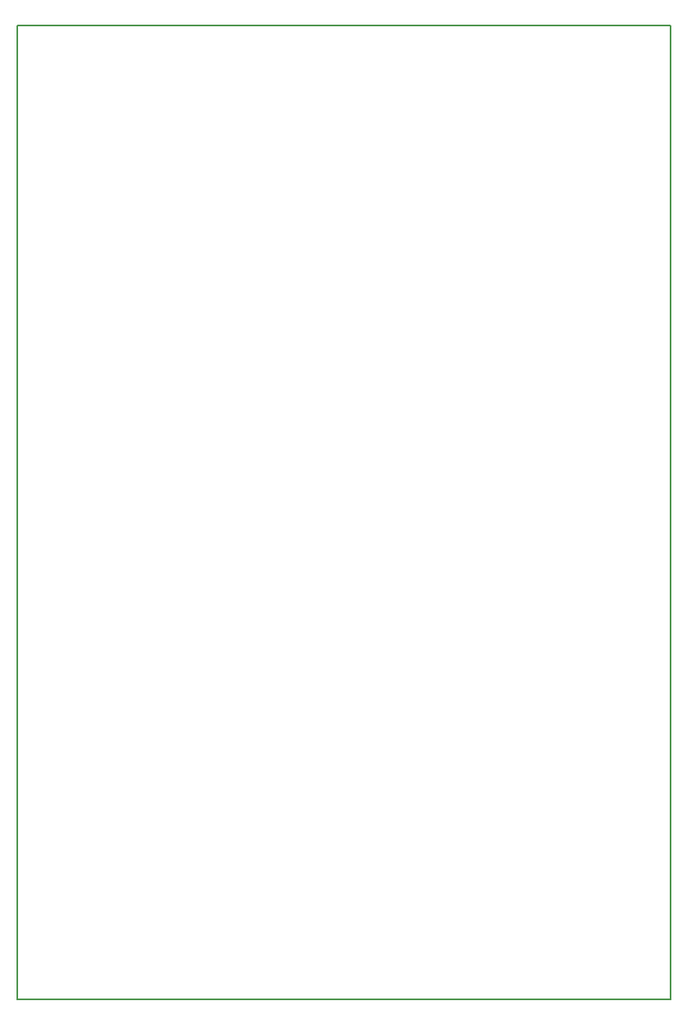
<source format=gbr>
G04 DipTrace 2.4.0.2*
%INBottomAssy.gbr*%
%MOIN*%
%ADD11C,0.0055*%
%FSLAX44Y44*%
G04*
G70*
G90*
G75*
G01*
%LNBotAssy*%
%LPD*%
X3940Y51940D2*
D11*
X30440D1*
Y12440D1*
X3940D1*
Y51940D1*
M02*

</source>
